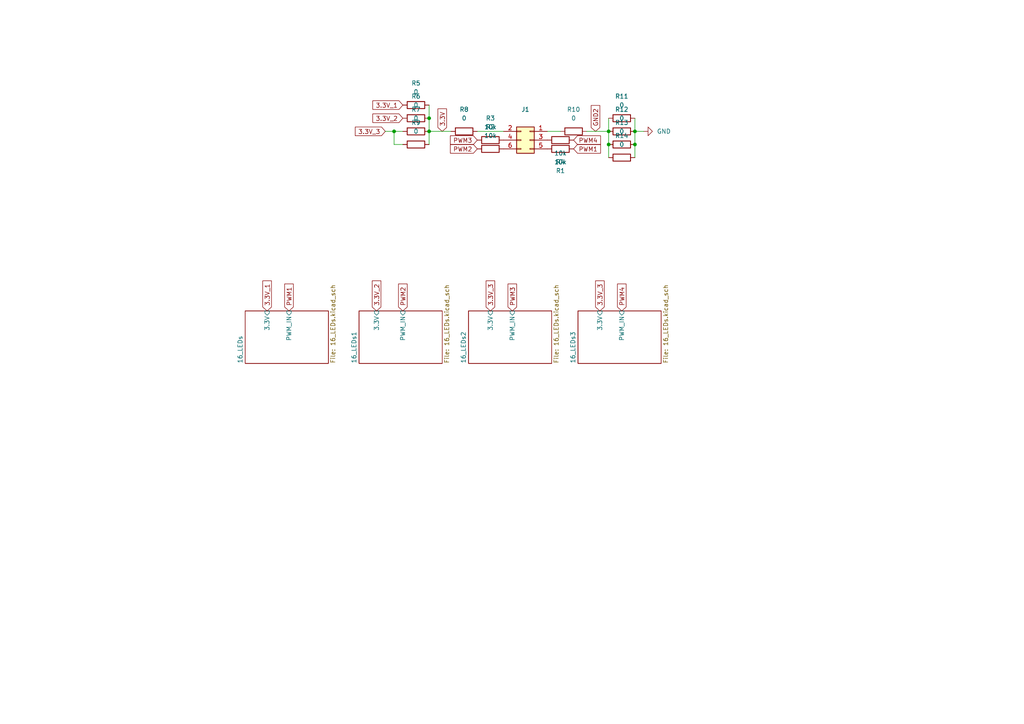
<source format=kicad_sch>
(kicad_sch (version 20230121) (generator eeschema)
  (paper "A4")
  (lib_symbols
    (symbol "Connector_Generic:Conn_02x03_Odd_Even" (pin_names (offset 1.016) hide)
      (property "Reference" "J" (at 1.27 5.08 0))
      (property "Value" "Conn_02x03_Odd_Even" (at 1.27 -5.08 0))
      (symbol "Conn_02x03_Odd_Even_1_1"
        (rectangle (start -1.27 -2.413) (end 0 -2.667) (stroke (width 0.1524)))
        (rectangle (start -1.27 0.127) (end 0 -0.127) (stroke (width 0.1524)))
        (rectangle (start -1.27 2.667) (end 0 2.413) (stroke (width 0.1524)))
        (rectangle (start -1.27 3.81) (end 3.81 -3.81) (stroke (width 0.254)) (fill (type background)))
        (rectangle (start 3.81 -2.413) (end 2.54 -2.667) (stroke (width 0.1524)))
        (rectangle (start 3.81 0.127) (end 2.54 -0.127) (stroke (width 0.1524)))
        (rectangle (start 3.81 2.667) (end 2.54 2.413) (stroke (width 0.1524)))
        (pin passive line (at -5.08 2.54 0) (length 3.81) (name "Pin_1") (number "1"))
        (pin passive line (at 7.62 2.54 180) (length 3.81) (name "Pin_2") (number "2"))
        (pin passive line (at -5.08 0 0) (length 3.81) (name "Pin_3") (number "3"))
        (pin passive line (at 7.62 0 180) (length 3.81) (name "Pin_4") (number "4"))
        (pin passive line (at -5.08 -2.54 0) (length 3.81) (name "Pin_5") (number "5"))
        (pin passive line (at 7.62 -2.54 180) (length 3.81) (name "Pin_6") (number "6"))
      )
    )
    (symbol "Device:R" (pin_numbers hide) (pin_names (offset 0))
      (property "Reference" "R" (at 2.032 0 90))
      (property "Value" "R" (at 0 0 90))
      (symbol "R_0_1"
        (rectangle (start -1.016 -2.54) (end 1.016 2.54) (stroke (width 0.254)))
      )
      (symbol "R_1_1"
        (pin passive line (at 0 3.81 270) (length 1.27) (name "~") (number "1"))
        (pin passive line (at 0 -3.81 90) (length 1.27) (name "~") (number "2"))
      )
    )
    (symbol "power:GND" (power) (pin_names (offset 0))
      (property "Value" "GND" (at 0 -3.81 0))
      (symbol "GND_0_1"
        (polyline (pts (xy 0 0) (xy 0 -1.27) (xy 1.27 -1.27) (xy 0 -2.54) (xy -1.27 -1.27) (xy 0 -1.27)))
      )
      (symbol "GND_1_1"
        (pin power_in line (at 0 0 270) (length 0) hide (name "GND") (number "1"))
      )
    )
  )
  (junction (at 124.46 38.1))
  (junction (at 124.46 34.29))
  (junction (at 114.3 38.1))
  (junction (at 176.53 38.1))
  (junction (at 184.15 38.1))
  (junction (at 184.15 41.91))
  (junction (at 176.53 41.91))
  (wire (pts (xy 176.53 41.91) (xy 176.53 45.72)))
  (wire (pts (xy 114.3 38.1) (xy 114.3 41.91)))
  (wire (pts (xy 170.18 38.1) (xy 176.53 38.1)))
  (wire (pts (xy 116.84 41.91) (xy 114.3 41.91)))
  (wire (pts (xy 124.46 38.1) (xy 124.46 41.91)))
  (wire (pts (xy 176.53 34.29) (xy 176.53 38.1)))
  (wire (pts (xy 124.46 34.29) (xy 124.46 38.1)))
  (wire (pts (xy 184.15 38.1) (xy 184.15 41.91)))
  (wire (pts (xy 158.75 38.1) (xy 162.56 38.1)))
  (wire (pts (xy 124.46 38.1) (xy 130.81 38.1)))
  (wire (pts (xy 184.15 38.1) (xy 186.69 38.1)))
  (wire (pts (xy 184.15 41.91) (xy 184.15 45.72)))
  (wire (pts (xy 124.46 30.48) (xy 124.46 34.29)))
  (wire (pts (xy 184.15 34.29) (xy 184.15 38.1)))
  (wire (pts (xy 138.43 38.1) (xy 146.05 38.1)))
  (wire (pts (xy 111.76 38.1) (xy 114.3 38.1)))
  (wire (pts (xy 114.3 38.1) (xy 116.84 38.1)))
  (wire (pts (xy 176.53 38.1) (xy 176.53 41.91)))
  (global_label "PWM2" (shape input) (at 116.84 90.17 90) (property "Intersheetrefs" "${INTERSHEET_REFS}" (effects hide)))
  (global_label "PWM2" (shape input) (at 138.43 43.18 180) (property "Intersheetrefs" "${INTERSHEET_REFS}" (effects hide)))
  (global_label "PWM1" (shape input) (at 83.82 90.17 90) (property "Intersheetrefs" "${INTERSHEET_REFS}" (effects hide)))
  (global_label "3.3V_3" (shape input) (at 142.24 90.17 90) (property "Intersheetrefs" "${INTERSHEET_REFS}" (effects hide)))
  (global_label "3.3V_1" (shape input) (at 77.47 90.17 90) (property "Intersheetrefs" "${INTERSHEET_REFS}" (effects hide)))
  (global_label "PWM3" (shape input) (at 138.43 40.64 180) (property "Intersheetrefs" "${INTERSHEET_REFS}" (effects hide)))
  (global_label "3.3V_3" (shape input) (at 111.76 38.1 180) (property "Intersheetrefs" "${INTERSHEET_REFS}" (effects hide)))
  (global_label "PWM1" (shape input) (at 166.37 43.18 0) (property "Intersheetrefs" "${INTERSHEET_REFS}" (effects hide)))
  (global_label "GND2" (shape input) (at 172.72 38.1 90) (property "Intersheetrefs" "${INTERSHEET_REFS}" (effects hide)))
  (global_label "PWM4" (shape input) (at 180.34 90.17 90) (property "Intersheetrefs" "${INTERSHEET_REFS}" (effects hide)))
  (global_label "3.3V_2" (shape input) (at 109.22 90.17 90) (property "Intersheetrefs" "${INTERSHEET_REFS}" (effects hide)))
  (global_label "3.3V" (shape input) (at 128.27 38.1 90) (property "Intersheetrefs" "${INTERSHEET_REFS}" (effects hide)))
  (global_label "PWM4" (shape input) (at 166.37 40.64 0) (property "Intersheetrefs" "${INTERSHEET_REFS}" (effects hide)))
  (global_label "3.3V_2" (shape input) (at 116.84 34.29 180) (property "Intersheetrefs" "${INTERSHEET_REFS}" (effects hide)))
  (global_label "3.3V_3" (shape input) (at 173.99 90.17 90) (property "Intersheetrefs" "${INTERSHEET_REFS}" (effects hide)))
  (global_label "3.3V_1" (shape input) (at 116.84 30.48 180) (property "Intersheetrefs" "${INTERSHEET_REFS}" (effects hide)))
  (global_label "PWM3" (shape input) (at 148.59 90.17 90) (property "Intersheetrefs" "${INTERSHEET_REFS}" (effects hide)))
  (symbol (lib_id "Device:R") (at 166.37 38.1 270) (unit 1)
    (property "Reference" "R10" (at 166.37 31.75 90))
    (property "Value" "0" (at 166.37 34.29 90))
    (property "Footprint" "My10.16mmResistor:my10.16mm_resistor" (effects hide))
  )
  (symbol (lib_id "Device:R") (at 120.65 41.91 270) (unit 1)
    (property "Reference" "R9" (at 120.65 35.56 90))
    (property "Value" "0" (at 120.65 38.1 90))
    (property "Footprint" "Resistor_THT:R_Axial_DIN0204_L3.6mm_D1.6mm_P7.62mm_Horizontal" (effects hide))
  )
  (symbol (lib_id "Device:R") (at 162.56 40.64 90) (mirror x) (unit 1)
    (property "Reference" "R4" (at 162.56 46.99 90))
    (property "Value" "10k" (at 162.56 44.45 90))
    (property "Footprint" "Resistor_THT:R_Axial_DIN0207_L6.3mm_D2.5mm_P7.62mm_Horizontal" (effects hide))
  )
  (symbol (lib_id "Connector_Generic:Conn_02x03_Odd_Even") (at 153.67 40.64 0) (mirror y) (unit 1)
    (property "Reference" "J1" (at 152.4 31.75 0))
    (property "Value" "Conn_02x03_Odd_Even" (effects hide))
    (property "Footprint" "Connector_PinSocket_2.54mm:PinSocket_2x03_P2.54mm_Vertical" (effects hide))
  )
  (symbol (lib_id "Device:R") (at 180.34 41.91 270) (unit 1)
    (property "Reference" "R13" (at 180.34 35.56 90))
    (property "Value" "0" (at 180.34 38.1 90))
    (property "Footprint" "My10.16mmResistor:my10.16mm_resistor" (effects hide))
  )
  (symbol (lib_id "Device:R") (at 180.34 34.29 270) (unit 1)
    (property "Reference" "R11" (at 180.34 27.94 90))
    (property "Value" "0" (at 180.34 30.48 90))
    (property "Footprint" "Resistor_THT:R_Axial_DIN0204_L3.6mm_D1.6mm_P5.08mm_Horizontal" (effects hide))
  )
  (symbol (lib_id "Device:R") (at 120.65 34.29 270) (unit 1)
    (property "Reference" "R6" (at 120.65 27.94 90))
    (property "Value" "0" (at 120.65 30.48 90))
    (property "Footprint" "Resistor_THT:R_Axial_DIN0204_L3.6mm_D1.6mm_P5.08mm_Horizontal" (effects hide))
  )
  (symbol (lib_id "power:GND") (at 186.69 38.1 90) (unit 1)
    (property "Reference" "#PWR0101" (effects hide))
    (property "Value" "GND" (at 190.5 38.1 90) (effects (justify right)))
  )
  (symbol (lib_id "Device:R") (at 142.24 40.64 90) (unit 1)
    (property "Reference" "R3" (at 142.24 34.29 90))
    (property "Value" "10k" (at 142.24 36.83 90))
    (property "Footprint" "Resistor_THT:R_Axial_DIN0207_L6.3mm_D2.5mm_P7.62mm_Horizontal" (effects hide))
  )
  (symbol (lib_id "Device:R") (at 134.62 38.1 270) (unit 1)
    (property "Reference" "R8" (at 134.62 31.75 90))
    (property "Value" "0" (at 134.62 34.29 90))
    (property "Footprint" "Resistor_THT:R_Axial_DIN0204_L3.6mm_D1.6mm_P7.62mm_Horizontal" (effects hide))
  )
  (symbol (lib_id "Device:R") (at 120.65 30.48 270) (unit 1)
    (property "Reference" "R5" (at 120.65 24.13 90))
    (property "Value" "0" (at 120.65 26.67 90))
    (property "Footprint" "Resistor_THT:R_Axial_DIN0204_L3.6mm_D1.6mm_P5.08mm_Horizontal" (effects hide))
  )
  (symbol (lib_id "Device:R") (at 162.56 43.18 270) (unit 1)
    (property "Reference" "R1" (at 162.56 49.53 90))
    (property "Value" "10k" (at 162.56 46.99 90))
    (property "Footprint" "Resistor_THT:R_Axial_DIN0207_L6.3mm_D2.5mm_P7.62mm_Horizontal" (effects hide))
  )
  (symbol (lib_id "Device:R") (at 142.24 43.18 270) (mirror x) (unit 1)
    (property "Reference" "R2" (at 142.24 36.83 90))
    (property "Value" "10k" (at 142.24 39.37 90))
    (property "Footprint" "Resistor_THT:R_Axial_DIN0207_L6.3mm_D2.5mm_P7.62mm_Horizontal" (effects hide))
  )
  (symbol (lib_id "Device:R") (at 180.34 45.72 270) (unit 1)
    (property "Reference" "R14" (at 180.34 39.37 90))
    (property "Value" "0" (at 180.34 41.91 90))
    (property "Footprint" "My10.16mmResistor:my10.16mm_resistor" (effects hide))
  )
  (symbol (lib_id "Device:R") (at 120.65 38.1 270) (unit 1)
    (property "Reference" "R7" (at 120.65 31.75 90))
    (property "Value" "0" (at 120.65 34.29 90))
    (property "Footprint" "Resistor_THT:R_Axial_DIN0204_L3.6mm_D1.6mm_P7.62mm_Horizontal" (effects hide))
  )
  (symbol (lib_id "Device:R") (at 180.34 38.1 270) (unit 1)
    (property "Reference" "R12" (at 180.34 31.75 90))
    (property "Value" "0" (at 180.34 34.29 90))
    (property "Footprint" "Resistor_THT:R_Axial_DIN0204_L3.6mm_D1.6mm_P7.62mm_Horizontal" (effects hide))
  )
  (sheet (at 135.89 90.17) (size 24.13 15.24) (stroke (width 0.1524))
    (property "Sheetname" "16_LEDs2" (at 135.1784 105.41 90) (effects (justify left bottom)))
    (property "Sheetfile" "16_LEDs.kicad_sch" (at 160.6046 105.41 90) (effects (justify left top)))
    (pin "PWM_IN" input (at 148.59 90.17 90))
    (pin "3.3V" input (at 142.24 90.17 90))
  )
  (sheet (at 71.12 90.17) (size 24.13 15.24) (stroke (width 0.1524))
    (property "Sheetname" "16_LEDs" (at 70.4084 105.41 90) (effects (justify left bottom)))
    (property "Sheetfile" "16_LEDs.kicad_sch" (at 95.8346 105.41 90) (effects (justify left top)))
    (pin "PWM_IN" input (at 83.82 90.17 90))
    (pin "3.3V" input (at 77.47 90.17 90))
  )
  (sheet (at 104.14 90.17) (size 24.13 15.24) (stroke (width 0.1524))
    (property "Sheetname" "16_LEDs1" (at 103.4284 105.41 90) (effects (justify left bottom)))
    (property "Sheetfile" "16_LEDs.kicad_sch" (at 128.8546 105.41 90) (effects (justify left top)))
    (pin "PWM_IN" input (at 116.84 90.17 90))
    (pin "3.3V" input (at 109.22 90.17 90))
  )
  (sheet (at 167.64 90.17) (size 24.13 15.24) (stroke (width 0.1524))
    (property "Sheetname" "16_LEDs3" (at 166.9284 105.41 90) (effects (justify left bottom)))
    (property "Sheetfile" "16_LEDs.kicad_sch" (at 192.3546 105.41 90) (effects (justify left top)))
    (pin "PWM_IN" input (at 180.34 90.17 90))
    (pin "3.3V" input (at 173.99 90.17 90))
  )
)
</source>
